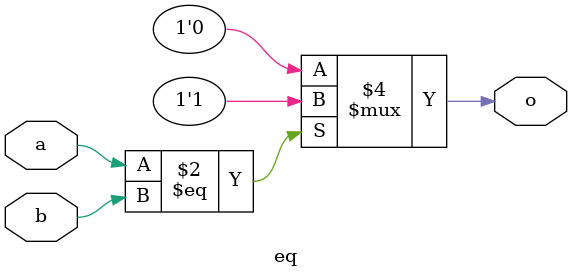
<source format=v>
`timescale 1ns / 1ps


module eq(
    input a,
    input b,
    output reg o
    );
    
    always @ (a or b) begin
        if (a == b) o = 1;
        else o = 0;
    end
    
endmodule

</source>
